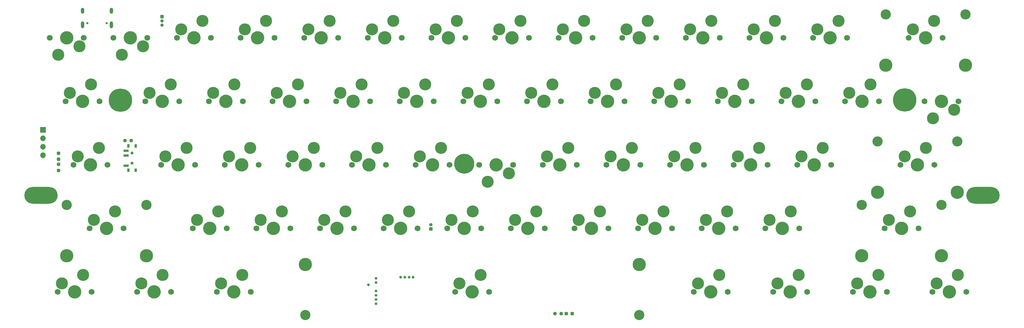
<source format=gbr>
%TF.GenerationSoftware,KiCad,Pcbnew,8.0.5*%
%TF.CreationDate,2024-10-17T14:13:38+08:00*%
%TF.ProjectId,rmk-ble-keyboard,726d6b2d-626c-4652-9d6b-6579626f6172,0*%
%TF.SameCoordinates,Original*%
%TF.FileFunction,Soldermask,Top*%
%TF.FilePolarity,Negative*%
%FSLAX46Y46*%
G04 Gerber Fmt 4.6, Leading zero omitted, Abs format (unit mm)*
G04 Created by KiCad (PCBNEW 8.0.5) date 2024-10-17 14:13:38*
%MOMM*%
%LPD*%
G01*
G04 APERTURE LIST*
G04 Aperture macros list*
%AMRoundRect*
0 Rectangle with rounded corners*
0 $1 Rounding radius*
0 $2 $3 $4 $5 $6 $7 $8 $9 X,Y pos of 4 corners*
0 Add a 4 corners polygon primitive as box body*
4,1,4,$2,$3,$4,$5,$6,$7,$8,$9,$2,$3,0*
0 Add four circle primitives for the rounded corners*
1,1,$1+$1,$2,$3*
1,1,$1+$1,$4,$5*
1,1,$1+$1,$6,$7*
1,1,$1+$1,$8,$9*
0 Add four rect primitives between the rounded corners*
20,1,$1+$1,$2,$3,$4,$5,0*
20,1,$1+$1,$4,$5,$6,$7,0*
20,1,$1+$1,$6,$7,$8,$9,0*
20,1,$1+$1,$8,$9,$2,$3,0*%
G04 Aperture macros list end*
%ADD10O,0.800000X0.800000*%
%ADD11C,1.750000*%
%ADD12C,4.000000*%
%ADD13C,3.600000*%
%ADD14RoundRect,0.237500X-0.250000X-0.237500X0.250000X-0.237500X0.250000X0.237500X-0.250000X0.237500X0*%
%ADD15C,3.048000*%
%ADD16C,3.987800*%
%ADD17R,1.700000X1.700000*%
%ADD18O,1.700000X1.700000*%
%ADD19O,9.999980X5.001260*%
%ADD20R,0.800000X1.000000*%
%ADD21C,0.900000*%
%ADD22R,1.500000X0.700000*%
%ADD23RoundRect,0.237500X0.287500X0.237500X-0.287500X0.237500X-0.287500X-0.237500X0.287500X-0.237500X0*%
%ADD24R,1.000000X1.000000*%
%ADD25O,1.000000X1.000000*%
%ADD26C,6.000000*%
%ADD27RoundRect,0.237500X0.237500X-0.250000X0.237500X0.250000X-0.237500X0.250000X-0.237500X-0.250000X0*%
%ADD28C,7.001300*%
%ADD29RoundRect,0.237500X0.250000X0.237500X-0.250000X0.237500X-0.250000X-0.237500X0.250000X-0.237500X0*%
%ADD30C,7.000240*%
%ADD31RoundRect,0.237500X-0.237500X0.287500X-0.237500X-0.287500X0.237500X-0.287500X0.237500X0.287500X0*%
%ADD32C,0.650000*%
%ADD33O,1.000000X1.800000*%
%ADD34O,1.000000X2.100000*%
G04 APERTURE END LIST*
D10*
%TO.C,*%
X109092200Y13578600D03*
%TD*%
D11*
%TO.C,SW33*%
X94557500Y47250000D03*
D12*
X99637500Y47250000D03*
D11*
X104717500Y47250000D03*
D13*
X95827500Y49790000D03*
X102177500Y52330000D03*
%TD*%
D11*
%TO.C,SW7*%
X118370000Y85350000D03*
D12*
X123450000Y85350000D03*
D11*
X128530000Y85350000D03*
D13*
X119640000Y87890000D03*
X125990000Y90430000D03*
%TD*%
D14*
%TO.C,R10*%
X155387500Y2600000D03*
X157212500Y2600000D03*
%TD*%
D11*
%TO.C,SW21*%
X127895000Y66300000D03*
D12*
X132975000Y66300000D03*
D11*
X138055000Y66300000D03*
D13*
X129165000Y68840000D03*
X135515000Y71380000D03*
%TD*%
D11*
%TO.C,SW38*%
X189807500Y47250000D03*
D12*
X194887500Y47250000D03*
D11*
X199967500Y47250000D03*
D13*
X191077500Y49790000D03*
X197427500Y52330000D03*
%TD*%
D11*
%TO.C,SW23*%
X165995000Y66300000D03*
D12*
X171075000Y66300000D03*
D11*
X176155000Y66300000D03*
D13*
X167265000Y68840000D03*
X173615000Y71380000D03*
%TD*%
D10*
%TO.C,*%
X110362200Y13578600D03*
%TD*%
D15*
%TO.C,REF\u002A\u002A*%
X252005750Y54235000D03*
D16*
X252005750Y39025000D03*
D15*
X275881750Y54235000D03*
D16*
X275881750Y39025000D03*
%TD*%
D11*
%TO.C,SW11*%
X194570000Y85350000D03*
D12*
X199650000Y85350000D03*
D11*
X204730000Y85350000D03*
D13*
X195840000Y87890000D03*
X202190000Y90430000D03*
%TD*%
D17*
%TO.C,J3*%
X2040000Y57730000D03*
D18*
X2040000Y55190000D03*
X2040000Y52650000D03*
X2040000Y50110000D03*
%TD*%
D11*
%TO.C,SW1*%
X14230000Y85350000D03*
D12*
X9150000Y85350000D03*
D11*
X4070000Y85350000D03*
D13*
X12960000Y82810000D03*
X6610000Y80270000D03*
%TD*%
D19*
%TO.C,HOLE*%
X1461100Y38100000D03*
%TD*%
D11*
%TO.C,SW24*%
X185045000Y66300000D03*
D12*
X190125000Y66300000D03*
D11*
X195205000Y66300000D03*
D13*
X186315000Y68840000D03*
X192665000Y71380000D03*
%TD*%
D11*
%TO.C,SW60*%
X244576250Y9150000D03*
D12*
X249656250Y9150000D03*
D11*
X254736250Y9150000D03*
D13*
X245846250Y11690000D03*
X252196250Y14230000D03*
%TD*%
D11*
%TO.C,SW39*%
X208857500Y47250000D03*
D12*
X213937500Y47250000D03*
D11*
X219017500Y47250000D03*
D13*
X210127500Y49790000D03*
X216477500Y52330000D03*
%TD*%
D19*
%TO.C,HOLE*%
X283540000Y38100000D03*
%TD*%
D11*
%TO.C,SW8*%
X137420000Y85350000D03*
D12*
X142500000Y85350000D03*
D11*
X147580000Y85350000D03*
D13*
X138690000Y87890000D03*
X145040000Y90430000D03*
%TD*%
D11*
%TO.C,SW37*%
X170757500Y47250000D03*
D12*
X175837500Y47250000D03*
D11*
X180917500Y47250000D03*
D13*
X172027500Y49790000D03*
X178377500Y52330000D03*
%TD*%
D10*
%TO.C,*%
X101807200Y5568850D03*
%TD*%
D11*
%TO.C,SW55*%
X30263750Y9150000D03*
D12*
X35343750Y9150000D03*
D11*
X40423750Y9150000D03*
D13*
X31533750Y11690000D03*
X37883750Y14230000D03*
%TD*%
D11*
%TO.C,SW61*%
X268388750Y9150000D03*
D12*
X273468750Y9150000D03*
D11*
X278548750Y9150000D03*
D13*
X269658750Y11690000D03*
X276008750Y14230000D03*
%TD*%
D11*
%TO.C,SW56*%
X54076250Y9150000D03*
D12*
X59156250Y9150000D03*
D11*
X64236250Y9150000D03*
D13*
X55346250Y11690000D03*
X61696250Y14230000D03*
%TD*%
D20*
%TO.C,SW62*%
X27555000Y45610000D03*
X29765000Y45610000D03*
D21*
X28665000Y47760000D03*
X28665000Y50760000D03*
D20*
X27555000Y52910000D03*
X29765000Y52910000D03*
D22*
X26905000Y47010000D03*
X26905000Y50010000D03*
X26905000Y51510000D03*
%TD*%
D23*
%TO.C,D64*%
X160527000Y2600000D03*
X158777000Y2600000D03*
%TD*%
D11*
%TO.C,SW43*%
X46932500Y28200000D03*
D12*
X52012500Y28200000D03*
D11*
X57092500Y28200000D03*
D13*
X48202500Y30740000D03*
X54552500Y33280000D03*
%TD*%
D11*
%TO.C,SW26*%
X223145000Y66300000D03*
D12*
X228225000Y66300000D03*
D11*
X233305000Y66300000D03*
D13*
X224415000Y68840000D03*
X230765000Y71380000D03*
%TD*%
D11*
%TO.C,SW13*%
X232670000Y85350000D03*
D12*
X237750000Y85350000D03*
D11*
X242830000Y85350000D03*
D13*
X233940000Y87890000D03*
X240290000Y90430000D03*
%TD*%
D11*
%TO.C,SW40*%
X227907500Y47250000D03*
D12*
X232987500Y47250000D03*
D11*
X238067500Y47250000D03*
D13*
X229177500Y49790000D03*
X235527500Y52330000D03*
%TD*%
D10*
%TO.C,*%
X101807200Y8108850D03*
%TD*%
D11*
%TO.C,SW25*%
X204095000Y66300000D03*
D12*
X209175000Y66300000D03*
D11*
X214255000Y66300000D03*
D13*
X205365000Y68840000D03*
X211715000Y71380000D03*
%TD*%
D11*
%TO.C,SW18*%
X70745000Y66300000D03*
D12*
X75825000Y66300000D03*
D11*
X80905000Y66300000D03*
D13*
X72015000Y68840000D03*
X78365000Y71380000D03*
%TD*%
D11*
%TO.C,SW16*%
X32645000Y66300000D03*
D12*
X37725000Y66300000D03*
D11*
X42805000Y66300000D03*
D13*
X33915000Y68840000D03*
X40265000Y71380000D03*
%TD*%
D24*
%TO.C,J5*%
X118160000Y27980000D03*
D25*
X118160000Y29250000D03*
%TD*%
D26*
%TO.C,HOLE*%
X128200000Y47600000D03*
%TD*%
D24*
%TO.C,J4*%
X37690000Y91700000D03*
D25*
X37690000Y90430000D03*
X37690000Y89160000D03*
%TD*%
D11*
%TO.C,SW9*%
X156470000Y85350000D03*
D12*
X161550000Y85350000D03*
D11*
X166630000Y85350000D03*
D13*
X157740000Y87890000D03*
X164090000Y90430000D03*
%TD*%
D11*
%TO.C,SW42*%
X15976250Y28200000D03*
D12*
X21056250Y28200000D03*
D11*
X26136250Y28200000D03*
D13*
X17246250Y30740000D03*
X23596250Y33280000D03*
%TD*%
D10*
%TO.C,*%
X111632200Y13578600D03*
%TD*%
D11*
%TO.C,SW32*%
X75507500Y47250000D03*
D12*
X80587500Y47250000D03*
D11*
X85667500Y47250000D03*
D13*
X76777500Y49790000D03*
X83127500Y52330000D03*
%TD*%
D11*
%TO.C,SW35*%
X142817500Y47250000D03*
D12*
X137737500Y47250000D03*
D11*
X132657500Y47250000D03*
D13*
X141547500Y44710000D03*
X135197500Y42170000D03*
%TD*%
D11*
%TO.C,SW51*%
X199332500Y28200000D03*
D12*
X204412500Y28200000D03*
D11*
X209492500Y28200000D03*
D13*
X200602500Y30740000D03*
X206952500Y33280000D03*
%TD*%
D11*
%TO.C,SW6*%
X99320000Y85350000D03*
D12*
X104400000Y85350000D03*
D11*
X109480000Y85350000D03*
D13*
X100590000Y87890000D03*
X106940000Y90430000D03*
%TD*%
D10*
%TO.C,*%
X101807200Y9378850D03*
%TD*%
D11*
%TO.C,SW10*%
X175520000Y85350000D03*
D12*
X180600000Y85350000D03*
D11*
X185680000Y85350000D03*
D13*
X176790000Y87890000D03*
X183140000Y90430000D03*
%TD*%
D11*
%TO.C,SW36*%
X151707500Y47250000D03*
D12*
X156787500Y47250000D03*
D11*
X161867500Y47250000D03*
D13*
X152977500Y49790000D03*
X159327500Y52330000D03*
%TD*%
D15*
%TO.C,REF\u002A\u002A*%
X180593750Y2165000D03*
D16*
X180593750Y17375000D03*
D15*
X80593750Y2165000D03*
D16*
X80593750Y17375000D03*
%TD*%
D27*
%TO.C,R6*%
X6680000Y45551123D03*
X6680000Y47376123D03*
%TD*%
D11*
%TO.C,SW46*%
X104082500Y28200000D03*
D12*
X109162500Y28200000D03*
D11*
X114242500Y28200000D03*
D13*
X105352500Y30740000D03*
X111702500Y33280000D03*
%TD*%
D11*
%TO.C,SW3*%
X42170000Y85350000D03*
D12*
X47250000Y85350000D03*
D11*
X52330000Y85350000D03*
D13*
X43440000Y87890000D03*
X49790000Y90430000D03*
%TD*%
D15*
%TO.C,REF\u002A\u002A*%
X254387000Y92335000D03*
D16*
X254387000Y77125000D03*
D15*
X278263000Y92335000D03*
D16*
X278263000Y77125000D03*
%TD*%
D10*
%TO.C,*%
X101807200Y11918850D03*
%TD*%
D11*
%TO.C,SW20*%
X108845000Y66300000D03*
D12*
X113925000Y66300000D03*
D11*
X119005000Y66300000D03*
D13*
X110115000Y68840000D03*
X116465000Y71380000D03*
%TD*%
D11*
%TO.C,SW30*%
X37407500Y47250000D03*
D12*
X42487500Y47250000D03*
D11*
X47567500Y47250000D03*
D13*
X38677500Y49790000D03*
X45027500Y52330000D03*
%TD*%
D15*
%TO.C,REF\u002A\u002A*%
X9118250Y35185000D03*
D16*
X9118250Y19975000D03*
D15*
X32994250Y35185000D03*
D16*
X32994250Y19975000D03*
%TD*%
D11*
%TO.C,SW28*%
X276167500Y66300000D03*
D12*
X271087500Y66300000D03*
D11*
X266007500Y66300000D03*
D13*
X274897500Y63760000D03*
X268547500Y61220000D03*
%TD*%
D11*
%TO.C,SW41*%
X258863750Y47250000D03*
D12*
X263943750Y47250000D03*
D11*
X269023750Y47250000D03*
D13*
X260133750Y49790000D03*
X266483750Y52330000D03*
%TD*%
D11*
%TO.C,SW59*%
X220763750Y9150000D03*
D12*
X225843750Y9150000D03*
D11*
X230923750Y9150000D03*
D13*
X222033750Y11690000D03*
X228383750Y14230000D03*
%TD*%
D11*
%TO.C,SW57*%
X125513750Y9150000D03*
D12*
X130593750Y9150000D03*
D11*
X135673750Y9150000D03*
D13*
X126783750Y11690000D03*
X133133750Y14230000D03*
%TD*%
D11*
%TO.C,SW19*%
X89795000Y66300000D03*
D12*
X94875000Y66300000D03*
D11*
X99955000Y66300000D03*
D13*
X91065000Y68840000D03*
X97415000Y71380000D03*
%TD*%
D28*
%TO.C,HOLE*%
X25200000Y66600000D03*
%TD*%
D11*
%TO.C,SW15*%
X8832500Y66300000D03*
D12*
X13912500Y66300000D03*
D11*
X18992500Y66300000D03*
D13*
X10102500Y68840000D03*
X16452500Y71380000D03*
%TD*%
D29*
%TO.C,R5*%
X28442500Y54530000D03*
X26617500Y54530000D03*
%TD*%
D11*
%TO.C,SW50*%
X180282500Y28200000D03*
D12*
X185362500Y28200000D03*
D11*
X190442500Y28200000D03*
D13*
X181552500Y30740000D03*
X187902500Y33280000D03*
%TD*%
D11*
%TO.C,SW31*%
X56457500Y47250000D03*
D12*
X61537500Y47250000D03*
D11*
X66617500Y47250000D03*
D13*
X57727500Y49790000D03*
X64077500Y52330000D03*
%TD*%
D11*
%TO.C,SW54*%
X6451250Y9150000D03*
D12*
X11531250Y9150000D03*
D11*
X16611250Y9150000D03*
D13*
X7721250Y11690000D03*
X14071250Y14230000D03*
%TD*%
D11*
%TO.C,SW47*%
X123132500Y28200000D03*
D12*
X128212500Y28200000D03*
D11*
X133292500Y28200000D03*
D13*
X124402500Y30740000D03*
X130752500Y33280000D03*
%TD*%
D11*
%TO.C,SW5*%
X80270000Y85350000D03*
D12*
X85350000Y85350000D03*
D11*
X90430000Y85350000D03*
D13*
X81540000Y87890000D03*
X87890000Y90430000D03*
%TD*%
D11*
%TO.C,SW4*%
X61220000Y85350000D03*
D12*
X66300000Y85350000D03*
D11*
X71380000Y85350000D03*
D13*
X62490000Y87890000D03*
X68840000Y90430000D03*
%TD*%
D30*
%TO.C,HOLE*%
X260050000Y66700000D03*
%TD*%
D11*
%TO.C,SW49*%
X161232500Y28200000D03*
D12*
X166312500Y28200000D03*
D11*
X171392500Y28200000D03*
D13*
X162502500Y30740000D03*
X168852500Y33280000D03*
%TD*%
D11*
%TO.C,SW45*%
X85032500Y28200000D03*
D12*
X90112500Y28200000D03*
D11*
X95192500Y28200000D03*
D13*
X86302500Y30740000D03*
X92652500Y33280000D03*
%TD*%
D11*
%TO.C,SW44*%
X65982500Y28200000D03*
D12*
X71062500Y28200000D03*
D11*
X76142500Y28200000D03*
D13*
X67252500Y30740000D03*
X73602500Y33280000D03*
%TD*%
D11*
%TO.C,SW34*%
X113607500Y47250000D03*
D12*
X118687500Y47250000D03*
D11*
X123767500Y47250000D03*
D13*
X114877500Y49790000D03*
X121227500Y52330000D03*
%TD*%
D11*
%TO.C,SW22*%
X146945000Y66300000D03*
D12*
X152025000Y66300000D03*
D11*
X157105000Y66300000D03*
D13*
X148215000Y68840000D03*
X154565000Y71380000D03*
%TD*%
D10*
%TO.C,*%
X101807200Y6838850D03*
%TD*%
D11*
%TO.C,SW58*%
X196951250Y9150000D03*
D12*
X202031250Y9150000D03*
D11*
X207111250Y9150000D03*
D13*
X198221250Y11690000D03*
X204571250Y14230000D03*
%TD*%
D31*
%TO.C,D62*%
X6678000Y50715623D03*
X6678000Y48965623D03*
%TD*%
D11*
%TO.C,SW12*%
X213620000Y85350000D03*
D12*
X218700000Y85350000D03*
D11*
X223780000Y85350000D03*
D13*
X214890000Y87890000D03*
X221240000Y90430000D03*
%TD*%
D10*
%TO.C,*%
X99507200Y11283600D03*
%TD*%
D11*
%TO.C,SW29*%
X11213750Y47250000D03*
D12*
X16293750Y47250000D03*
D11*
X21373750Y47250000D03*
D13*
X12483750Y49790000D03*
X18833750Y52330000D03*
%TD*%
D11*
%TO.C,SW2*%
X33280000Y85350000D03*
D12*
X28200000Y85350000D03*
D11*
X23120000Y85350000D03*
D13*
X32010000Y82810000D03*
X25660000Y80270000D03*
%TD*%
D11*
%TO.C,SW17*%
X51695000Y66300000D03*
D12*
X56775000Y66300000D03*
D11*
X61855000Y66300000D03*
D13*
X52965000Y68840000D03*
X59315000Y71380000D03*
%TD*%
D10*
%TO.C,*%
X101807200Y13188600D03*
%TD*%
D11*
%TO.C,SW27*%
X242195000Y66300000D03*
D12*
X247275000Y66300000D03*
D11*
X252355000Y66300000D03*
D13*
X243465000Y68840000D03*
X249815000Y71380000D03*
%TD*%
D11*
%TO.C,SW14*%
X261245000Y85350000D03*
D12*
X266325000Y85350000D03*
D11*
X271405000Y85350000D03*
D13*
X262515000Y87890000D03*
X268865000Y90430000D03*
%TD*%
D11*
%TO.C,SW52*%
X218382500Y28200000D03*
D12*
X223462500Y28200000D03*
D11*
X228542500Y28200000D03*
D13*
X219652500Y30740000D03*
X226002500Y33280000D03*
%TD*%
D11*
%TO.C,SW48*%
X142182500Y28200000D03*
D12*
X147262500Y28200000D03*
D11*
X152342500Y28200000D03*
D13*
X143452500Y30740000D03*
X149802500Y33280000D03*
%TD*%
D10*
%TO.C,*%
X112897200Y13578600D03*
%TD*%
D11*
%TO.C,SW53*%
X254101250Y28200000D03*
D12*
X259181250Y28200000D03*
D11*
X264261250Y28200000D03*
D13*
X255371250Y30740000D03*
X261721250Y33280000D03*
%TD*%
D32*
%TO.C,J1*%
X15310000Y89770000D03*
X21090000Y89770000D03*
D33*
X13880000Y93450000D03*
D34*
X13880000Y89270000D03*
D33*
X22520000Y93450000D03*
D34*
X22520000Y89270000D03*
%TD*%
D16*
%TO.C,REF\u002A\u002A*%
X271119250Y19975000D03*
D15*
X271119250Y35185000D03*
D16*
X247243250Y19975000D03*
D15*
X247243250Y35185000D03*
%TD*%
M02*

</source>
